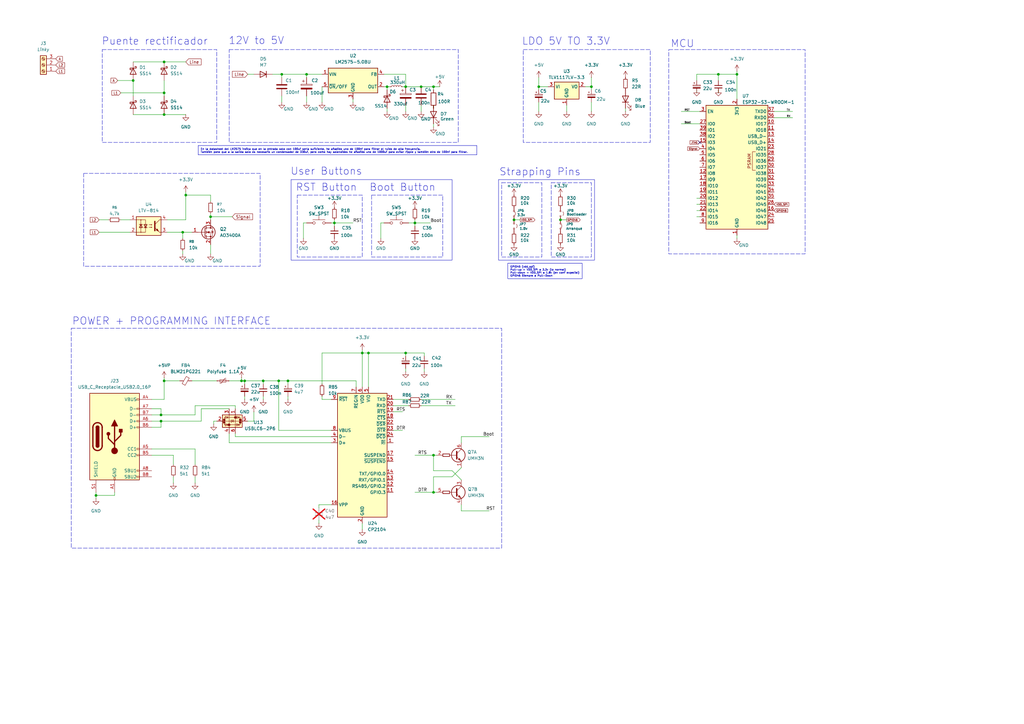
<source format=kicad_sch>
(kicad_sch (version 20250114) (generator "eeschema") (generator_version "9.0")
  (paper "A3")
  (lib_symbols
    (symbol "Connector:Screw_Terminal_01x03" (pin_names (offset 1.016) (hide yes))
      (property "Reference" "J" (at 0 5.08 0))
      (property "Value" "Screw_Terminal_01x03" (at 0 -5.08 0))
      (symbol "Screw_Terminal_01x03_1_1"
        (pin passive line (at -5.08 2.54 0) (length 3.81) (name "Pin_1") (number "1"))
        (pin passive line (at -5.08 0 0) (length 3.81) (name "Pin_2") (number "2"))
        (pin passive line (at -5.08 -2.54 0) (length 3.81) (name "Pin_3") (number "3"))
      )
    )
    (symbol "Connector:USB_C_Receptacle_USB2.0_16P" (pin_names (offset 1.016))
      (property "Reference" "J1" (at 0 22.86 0))
      (property "Value" "USB_C_Receptacle_USB2.0_16P" (at 0 20.32 0))
      (symbol "USB_C_Receptacle_USB2.0_16P_1_1"
        (pin passive line (at -7.62 -22.86 90) (length 5.08) (name "SHIELD") (number "S1"))
        (pin passive line (at 0 -22.86 90) (length 5.08) (name "GND") (number "A1"))
        (pin passive line (at 0 -22.86 90) (length 5.08) (hide yes) (name "GND") (number "A12"))
        (pin passive line (at 0 -22.86 90) (length 5.08) (hide yes) (name "GND") (number "B1"))
        (pin passive line (at 0 -22.86 90) (length 5.08) (hide yes) (name "GND") (number "B12"))
        (pin passive line (at 15.24 15.24 180) (length 5.08) (name "VBUS") (number "A4"))
        (pin passive line (at 15.24 15.24 180) (length 5.08) (hide yes) (name "VBUS") (number "A9"))
        (pin passive line (at 15.24 15.24 180) (length 5.08) (hide yes) (name "VBUS") (number "B4"))
        (pin passive line (at 15.24 15.24 180) (length 5.08) (hide yes) (name "VBUS") (number "B9"))
        (pin bidirectional line (at 15.24 11.43 180) (length 5.08) (name "D-") (number "A7"))
        (pin bidirectional line (at 15.24 8.89 180) (length 5.08) (name "D-") (number "B7"))
        (pin bidirectional line (at 15.24 6.35 180) (length 5.08) (name "D+") (number "A6"))
        (pin bidirectional line (at 15.24 3.81 180) (length 5.08) (name "D+") (number "B6"))
        (pin bidirectional line (at 15.24 -5.08 180) (length 5.08) (name "CC1") (number "A5"))
        (pin bidirectional line (at 15.24 -7.62 180) (length 5.08) (name "CC2") (number "B5"))
        (pin bidirectional line (at 15.24 -13.97 180) (length 5.08) (name "SBU1") (number "A8"))
        (pin bidirectional line (at 15.24 -16.51 180) (length 5.08) (name "SBU2") (number "B8"))
      )
    )
    (symbol "Device:C" (pin_numbers (hide yes)) (pin_names (offset 0.254))
      (property "Reference" "C" (at 0.635 2.54 0))
      (property "Value" "C" (at 0.635 -2.54 0))
      (symbol "C_1_1"
        (pin passive line (at 0 3.81 270) (length 2.794) (name "~") (number "1"))
        (pin passive line (at 0 -3.81 90) (length 2.794) (name "~") (number "2"))
      )
    )
    (symbol "Device:C_Polarized" (pin_numbers (hide yes)) (pin_names (offset 0.254))
      (property "Reference" "C" (at 0.635 2.54 0))
      (property "Value" "C_Polarized" (at 0.635 -2.54 0))
      (symbol "C_Polarized_1_1"
        (pin passive line (at 0 3.81 270) (length 2.794) (name "~") (number "1"))
        (pin passive line (at 0 -3.81 90) (length 2.794) (name "~") (number "2"))
      )
    )
    (symbol "Device:C_Polarized_Small" (pin_numbers (hide yes)) (pin_names (offset 0.254) (hide yes))
      (property "Reference" "C" (at 0.254 1.778 0))
      (property "Value" "C_Polarized_Small" (at 0.254 -2.032 0))
      (symbol "C_Polarized_Small_1_1"
        (pin passive line (at 0 2.54 270) (length 1.8542) (name "~") (number "1"))
        (pin passive line (at 0 -2.54 90) (length 1.8542) (name "~") (number "2"))
      )
    )
    (symbol "Device:C_Small" (pin_numbers (hide yes)) (pin_names (offset 0.254) (hide yes))
      (property "Reference" "C" (at 0.254 1.778 0))
      (property "Value" "C_Small" (at 0.254 -2.032 0))
      (symbol "C_Small_1_1"
        (pin passive line (at 0 2.54 270) (length 2.032) (name "~") (number "1"))
        (pin passive line (at 0 -2.54 90) (length 2.032) (name "~") (number "2"))
      )
    )
    (symbol "Device:FerriteBead_Small" (pin_numbers (hide yes)) (pin_names (offset 0))
      (property "Reference" "FB" (at 1.905 1.27 0))
      (property "Value" "FerriteBead_Small" (at 1.905 -1.27 0))
      (symbol "FerriteBead_Small_1_1"
        (pin passive line (at 0 2.54 270) (length 1.27) (name "~") (number "1"))
        (pin passive line (at 0 -2.54 90) (length 1.27) (name "~") (number "2"))
      )
    )
    (symbol "Device:LED" (pin_numbers (hide yes)) (pin_names (offset 1.016) (hide yes))
      (property "Reference" "D" (at 0 2.54 0))
      (property "Value" "LED" (at 0 -2.54 0))
      (symbol "LED_1_1"
        (pin passive line (at -3.81 0 0) (length 2.54) (name "K") (number "1"))
        (pin passive line (at 3.81 0 180) (length 2.54) (name "A") (number "2"))
      )
    )
    (symbol "Device:L_Small" (pin_numbers (hide yes)) (pin_names (offset 0.254) (hide yes))
      (property "Reference" "L" (at 0.762 1.016 0))
      (property "Value" "L_Small" (at 0.762 -1.016 0))
      (symbol "L_Small_1_1"
        (pin passive line (at 0 2.54 270) (length 0.508) (name "~") (number "1"))
        (pin passive line (at 0 -2.54 90) (length 0.508) (name "~") (number "2"))
      )
    )
    (symbol "Device:Polyfuse_Small" (pin_numbers (hide yes)) (pin_names (offset 0))
      (property "Reference" "F" (at -1.905 0 90))
      (property "Value" "Polyfuse_Small" (at 1.905 0 90))
      (symbol "Polyfuse_Small_1_1"
        (pin passive line (at 0 2.54 270) (length 0.635) (name "~") (number "1"))
        (pin passive line (at 0 -2.54 90) (length 0.635) (name "~") (number "2"))
      )
    )
    (symbol "Device:R" (pin_numbers (hide yes)) (pin_names (offset 0))
      (property "Reference" "R" (at 2.032 0 90))
      (property "Value" "R" (at 0 0 90))
      (symbol "R_1_1"
        (pin passive line (at 0 3.81 270) (length 1.27) (name "~") (number "1"))
        (pin passive line (at 0 -3.81 90) (length 1.27) (name "~") (number "2"))
      )
    )
    (symbol "Device:R_Small" (pin_numbers (hide yes)) (pin_names (offset 0.254) (hide yes))
      (property "Reference" "R" (at 0.762 0.508 0))
      (property "Value" "R_Small" (at 0.762 -1.016 0))
      (symbol "R_Small_1_1"
        (pin passive line (at 0 2.54 270) (length 0.762) (name "~") (number "1"))
        (pin passive line (at 0 -2.54 90) (length 0.762) (name "~") (number "2"))
      )
    )
    (symbol "Diode:1N4007" (pin_numbers (hide yes)) (pin_names (hide yes))
      (property "Reference" "D" (at 0 2.54 0))
      (property "Value" "1N4007" (at 0 -2.54 0))
      (symbol "1N4007_1_1"
        (pin passive line (at -3.81 0 0) (length 2.54) (name "K") (number "1"))
        (pin passive line (at 3.81 0 180) (length 2.54) (name "A") (number "2"))
      )
    )
    (symbol "Diode:SS14" (pin_numbers (hide yes)) (pin_names (offset 1.016) (hide yes))
      (property "Reference" "D" (at 0 2.54 0))
      (property "Value" "SS14" (at 0 -2.54 0))
      (symbol "SS14_1_1"
        (pin passive line (at -3.81 0 0) (length 2.54) (name "K") (number "1"))
        (pin passive line (at 3.81 0 180) (length 2.54) (name "A") (number "2"))
      )
    )
    (symbol "Interface_USB:CP2104"
      (property "Reference" "U" (at -5.08 28.575 0))
      (property "Value" "CP2104" (at -5.08 26.67 0))
      (symbol "CP2104_1_1"
        (pin bidirectional line (at -12.7 22.86 0) (length 2.54) (name "~{RST}") (number "9"))
        (pin input line (at -12.7 10.16 0) (length 2.54) (name "VBUS") (number "8"))
        (pin bidirectional line (at -12.7 7.62 0) (length 2.54) (name "D-") (number "4"))
        (pin bidirectional line (at -12.7 5.08 0) (length 2.54) (name "D+") (number "3"))
        (pin passive line (at -12.7 -20.32 0) (length 2.54) (name "VPP") (number "16"))
        (pin power_in line (at -2.54 27.94 270) (length 2.54) (name "REGIN") (number "7"))
        (pin power_in line (at 0 27.94 270) (length 2.54) (name "VDD") (number "6"))
        (pin power_in line (at 0 -27.94 90) (length 2.54) (name "GND") (number "2"))
        (pin passive line (at 0 -27.94 90) (length 2.54) (hide yes) (name "GND") (number "25"))
        (pin power_in line (at 2.54 27.94 270) (length 2.54) (name "VIO") (number "5"))
        (pin no_connect line (at 10.16 -20.32 180) (length 2.54) (hide yes) (name "NC") (number "10"))
        (pin output line (at 12.7 22.86 180) (length 2.54) (name "TXD") (number "21"))
        (pin input line (at 12.7 20.32 180) (length 2.54) (name "RXD") (number "20"))
        (pin output line (at 12.7 17.78 180) (length 2.54) (name "~{RTS}") (number "19"))
        (pin input line (at 12.7 15.24 180) (length 2.54) (name "~{CTS}") (number "18"))
        (pin input line (at 12.7 12.7 180) (length 2.54) (name "~{DSR}") (number "22"))
        (pin output line (at 12.7 10.16 180) (length 2.54) (name "~{DTR}") (number "23"))
        (pin input line (at 12.7 7.62 180) (length 2.54) (name "~{DCD}") (number "24"))
        (pin input line (at 12.7 5.08 180) (length 2.54) (name "~{RI}") (number "1"))
        (pin output line (at 12.7 0 180) (length 2.54) (name "SUSPEND") (number "17"))
        (pin output line (at 12.7 -2.54 180) (length 2.54) (name "~{SUSPEND}") (number "15"))
        (pin bidirectional line (at 12.7 -7.62 180) (length 2.54) (name "TXT/GPIO.0") (number "14"))
        (pin bidirectional line (at 12.7 -10.16 180) (length 2.54) (name "RXT/GPIO.1") (number "13"))
        (pin bidirectional line (at 12.7 -12.7 180) (length 2.54) (name "RS485/GPIO.2") (number "12"))
        (pin bidirectional line (at 12.7 -15.24 180) (length 2.54) (name "GPIO.3") (number "11"))
      )
    )
    (symbol "Isolator:LTV-814" (pin_names (offset 1.016))
      (property "Reference" "U" (at -5.08 5.08 0))
      (property "Value" "LTV-814" (at 0 5.08 0))
      (symbol "LTV-814_1_1"
        (pin passive line (at -7.62 2.54 0) (length 2.54) (name "~") (number "1"))
        (pin passive line (at -7.62 -2.54 0) (length 2.54) (name "~") (number "2"))
        (pin passive line (at 7.62 2.54 180) (length 2.54) (name "~") (number "4"))
        (pin passive line (at 7.62 -2.54 180) (length 2.54) (name "~") (number "3"))
      )
    )
    (symbol "Jumper:Jumper_2_Small_Bridged" (pin_numbers (hide yes)) (pin_names (offset 0) (hide yes))
      (property "Reference" "JP" (at 0 2.032 0))
      (property "Value" "Jumper_2_Small_Bridged" (at 0 -2.286 0))
      (symbol "Jumper_2_Small_Bridged_1_1"
        (pin passive line (at -2.54 0 0) (length 1.27) (name "A") (number "1"))
        (pin passive line (at 2.54 0 180) (length 1.27) (name "B") (number "2"))
      )
    )
    (symbol "Jumper:Jumper_2_Small_Open" (pin_numbers (hide yes)) (pin_names (offset 0) (hide yes))
      (property "Reference" "JP" (at 0 2.794 0))
      (property "Value" "Jumper_2_Small_Open" (at 0 -2.286 0))
      (symbol "Jumper_2_Small_Open_1_1"
        (pin passive line (at -2.54 0 0) (length 1.27) (name "A") (number "1"))
        (pin passive line (at 2.54 0 180) (length 1.27) (name "B") (number "2"))
      )
    )
    (symbol "LED_1" (pin_numbers (hide yes)) (pin_names (offset 1.016) (hide yes))
      (property "Reference" "D" (at 0 2.54 0))
      (property "Value" "LED" (at 0 -2.54 0))
      (symbol "LED_1_1_1"
        (pin passive line (at -3.81 0 0) (length 2.54) (name "K") (number "1"))
        (pin passive line (at 3.81 0 180) (length 2.54) (name "A") (number "2"))
      )
    )
    (symbol "PCM_4ms_Power-symbol:GND" (power) (pin_names (offset 0))
      (property "Value" "GND" (at 0 -3.81 0))
      (symbol "GND_1_1"
        (pin power_in line (at 0 0 270) (length 0) (hide yes) (name "GND") (number "1"))
      )
    )
    (symbol "Power_Protection:USBLC6-2P6" (pin_names (hide yes))
      (property "Reference" "U" (at 0.635 5.715 0))
      (property "Value" "USBLC6-2P6" (at 0.635 3.81 0))
      (symbol "USBLC6-2P6_1_1"
        (pin passive line (at -5.08 0 0) (length 2.54) (name "I/O1") (number "1"))
        (pin passive line (at -5.08 -2.54 0) (length 2.54) (name "I/O2") (number "3"))
        (pin passive line (at 0 5.08 270) (length 2.54) (name "VBUS") (number "5"))
        (pin passive line (at 0 -7.62 90) (length 2.54) (name "GND") (number "2"))
        (pin passive line (at 5.08 0 180) (length 2.54) (name "I/O1") (number "6"))
        (pin passive line (at 5.08 -2.54 180) (length 2.54) (name "I/O2") (number "4"))
      )
    )
    (symbol "RF_Module:ESP32-S3-WROOM-1"
      (property "Reference" "U" (at -12.7 26.67 0))
      (property "Value" "ESP32-S3-WROOM-1" (at 12.7 26.67 0))
      (symbol "ESP32-S3-WROOM-1_0_0"
        (text "PSRAM" (at 5.08 2.54 900) (effects (font (size 1.27 1.27))))
      )
      (symbol "ESP32-S3-WROOM-1_1_1"
        (pin input line (at -15.24 22.86 0) (length 2.54) (name "EN") (number "3"))
        (pin bidirectional line (at -15.24 17.78 0) (length 2.54) (name "IO0") (number "27"))
        (pin bidirectional line (at -15.24 15.24 0) (length 2.54) (name "IO1") (number "39"))
        (pin bidirectional line (at -15.24 12.7 0) (length 2.54) (name "IO2") (number "38"))
        (pin bidirectional line (at -15.24 10.16 0) (length 2.54) (name "IO3") (number "15"))
        (pin bidirectional line (at -15.24 7.62 0) (length 2.54) (name "IO4") (number "4"))
        (pin bidirectional line (at -15.24 5.08 0) (length 2.54) (name "IO5") (number "5"))
        (pin bidirectional line (at -15.24 2.54 0) (length 2.54) (name "IO6") (number "6"))
        (pin bidirectional line (at -15.24 0 0) (length 2.54) (name "IO7") (number "7"))
        (pin bidirectional line (at -15.24 -2.54 0) (length 2.54) (name "IO8") (number "12"))
        (pin bidirectional line (at -15.24 -5.08 0) (length 2.54) (name "IO9") (number "17"))
        (pin bidirectional line (at -15.24 -7.62 0) (length 2.54) (name "IO10") (number "18"))
        (pin bidirectional line (at -15.24 -10.16 0) (length 2.54) (name "IO11") (number "19"))
        (pin bidirectional line (at -15.24 -12.7 0) (length 2.54) (name "IO12") (number "20"))
        (pin bidirectional line (at -15.24 -15.24 0) (length 2.54) (name "IO13") (number "21"))
        (pin bidirectional line (at -15.24 -17.78 0) (length 2.54) (name "IO14") (number "22"))
        (pin bidirectional line (at -15.24 -20.32 0) (length 2.54) (name "IO15") (number "8"))
        (pin bidirectional line (at -15.24 -22.86 0) (length 2.54) (name "IO16") (number "9"))
        (pin power_in line (at 0 27.94 270) (length 2.54) (name "3V3") (number "2"))
        (pin power_in line (at 0 -27.94 90) (length 2.54) (name "GND") (number "1"))
        (pin passive line (at 0 -27.94 90) (length 2.54) (hide yes) (name "GND") (number "40"))
        (pin passive line (at 0 -27.94 90) (length 2.54) (hide yes) (name "GND") (number "41"))
        (pin bidirectional line (at 15.24 22.86 180) (length 2.54) (name "TXD0") (number "37"))
        (pin bidirectional line (at 15.24 20.32 180) (length 2.54) (name "RXD0") (number "36"))
        (pin bidirectional line (at 15.24 17.78 180) (length 2.54) (name "IO17") (number "10"))
        (pin bidirectional line (at 15.24 15.24 180) (length 2.54) (name "IO18") (number "11"))
        (pin bidirectional line (at 15.24 12.7 180) (length 2.54) (name "USB_D-") (number "13"))
        (pin bidirectional line (at 15.24 10.16 180) (length 2.54) (name "USB_D+") (number "14"))
        (pin bidirectional line (at 15.24 7.62 180) (length 2.54) (name "IO21") (number "23"))
        (pin bidirectional line (at 15.24 5.08 180) (length 2.54) (name "IO35") (number "28"))
        (pin bidirectional line (at 15.24 2.54 180) (length 2.54) (name "IO36") (number "29"))
        (pin bidirectional line (at 15.24 0 180) (length 2.54) (name "IO37") (number "30"))
        (pin bidirectional line (at 15.24 -2.54 180) (length 2.54) (name "IO38") (number "31"))
        (pin bidirectional line (at 15.24 -5.08 180) (length 2.54) (name "IO39") (number "32"))
        (pin bidirectional line (at 15.24 -7.62 180) (length 2.54) (name "IO40") (number "33"))
        (pin bidirectional line (at 15.24 -10.16 180) (length 2.54) (name "IO41") (number "34"))
        (pin bidirectional line (at 15.24 -12.7 180) (length 2.54) (name "IO42") (number "35"))
        (pin bidirectional line (at 15.24 -15.24 180) (length 2.54) (name "IO45") (number "26"))
        (pin bidirectional line (at 15.24 -17.78 180) (length 2.54) (name "IO46") (number "16"))
        (pin bidirectional line (at 15.24 -20.32 180) (length 2.54) (name "IO47") (number "24"))
        (pin bidirectional line (at 15.24 -22.86 180) (length 2.54) (name "IO48") (number "25"))
      )
    )
    (symbol "R_Small_1" (pin_numbers (hide yes)) (pin_names (offset 0.254) (hide yes))
      (property "Reference" "R" (at 0 0 90))
      (property "Value" "R_Small" (at 1.778 0 90))
      (symbol "R_Small_1_1_1"
        (pin passive line (at 0 2.54 270) (length 0.762) (name "~") (number "1"))
        (pin passive line (at 0 -2.54 90) (length 0.762) (name "~") (number "2"))
      )
    )
    (symbol "Regulator_Linear:LM1117MP-3.3"
      (property "Reference" "U" (at -3.81 3.175 0))
      (property "Value" "LM1117MP-3.3" (at 0 3.175 0))
      (symbol "LM1117MP-3.3_1_1"
        (pin power_in line (at -7.62 0 0) (length 2.54) (name "VI") (number "3"))
        (pin power_in line (at 0 -7.62 90) (length 2.54) (name "GND") (number "1"))
        (pin power_out line (at 7.62 0 180) (length 2.54) (name "VO") (number "2"))
      )
    )
    (symbol "Regulator_Switching:LM2575-5.0BU" (pin_names (offset 0.254))
      (property "Reference" "U" (at -10.16 6.35 0))
      (property "Value" "LM2575-5.0BU" (at 0 6.35 0))
      (symbol "LM2575-5.0BU_1_1"
        (pin power_in line (at -12.7 2.54 0) (length 2.54) (name "VIN") (number "1"))
        (pin input line (at -12.7 -2.54 0) (length 2.54) (name "~{ON}/OFF") (number "5"))
        (pin power_in line (at 0 -7.62 90) (length 2.54) (name "GND") (number "3"))
        (pin input line (at 12.7 2.54 180) (length 2.54) (name "FB") (number "4"))
        (pin output line (at 12.7 -2.54 180) (length 2.54) (name "OUT") (number "2"))
      )
    )
    (symbol "Switch:SW_Push" (pin_numbers (hide yes)) (pin_names (offset 1.016) (hide yes))
      (property "Reference" "SW" (at 1.27 2.54 0))
      (property "Value" "SW_Push" (at 0 -1.524 0))
      (symbol "SW_Push_0_1"
        (pin passive line (at -5.08 0 0) (length 2.54) (name "1") (number "1"))
        (pin passive line (at 5.08 0 180) (length 2.54) (name "2") (number "2"))
      )
    )
    (symbol "Transistor_BJT:UMH3N" (pin_names (hide yes))
      (property "Reference" "Q" (at 7.62 1.27 0))
      (property "Value" "UMH3N" (at 7.62 -1.27 0))
      (symbol "UMH3N_1_1"
        (pin input line (at -5.08 0 0) (length 2.54) (name "B1") (number "2"))
        (pin passive line (at 5.08 5.08 270) (length 2.54) (name "C1") (number "6"))
        (pin passive line (at 5.08 -5.08 90) (length 2.54) (name "E1") (number "1"))
      )
      (symbol "UMH3N_2_1"
        (pin input line (at -5.08 0 0) (length 2.54) (name "B2") (number "5"))
        (pin passive line (at 5.08 5.08 270) (length 2.54) (name "C2") (number "3"))
        (pin passive line (at 5.08 -5.08 90) (length 2.54) (name "E2") (number "4"))
      )
    )
    (symbol "Transistor_FET:AO3400A" (pin_names (hide yes))
      (property "Reference" "Q" (at 5.08 1.905 0))
      (property "Value" "AO3400A" (at 5.08 0 0))
      (symbol "AO3400A_1_1"
        (pin input line (at -5.08 0 0) (length 2.54) (name "G") (number "1"))
        (pin passive line (at 2.54 5.08 270) (length 2.54) (name "D") (number "3"))
        (pin passive line (at 2.54 -5.08 90) (length 2.54) (name "S") (number "2"))
      )
    )
    (symbol "power:+3.3V" (power) (pin_numbers (hide yes)) (pin_names (offset 0) (hide yes))
      (property "Value" "+3.3V" (at 0 3.556 0))
      (symbol "+3.3V_1_1"
        (pin power_in line (at 0 0 90) (length 0) (name "~") (number "1"))
      )
    )
    (symbol "power:+3.3VA" (power) (pin_numbers (hide yes)) (pin_names (offset 0) (hide yes))
      (property "Value" "+3.3VA" (at 0 3.556 0))
      (symbol "+3.3VA_1_1"
        (pin power_in line (at 0 0 90) (length 0) (name "~") (number "1"))
      )
    )
    (symbol "power:+5V" (power) (pin_numbers (hide yes)) (pin_names (offset 0) (hide yes))
      (property "Value" "+5V" (at 0 3.556 0))
      (symbol "+5V_1_1"
        (pin power_in line (at 0 0 90) (length 0) (name "~") (number "1"))
      )
    )
    (symbol "power:+5VP" (power) (pin_numbers (hide yes)) (pin_names (offset 0) (hide yes))
      (property "Value" "+5VP" (at 0 3.556 0))
      (symbol "+5VP_1_1"
        (pin power_in line (at 0 0 90) (length 0) (name "~") (number "1"))
      )
    )
    (symbol "power:GND" (power) (pin_numbers (hide yes)) (pin_names (offset 0) (hide yes))
      (property "Value" "GND" (at 0 -3.81 0))
      (symbol "GND_1_1"
        (pin power_in line (at 0 0 270) (length 0) (name "~") (number "1"))
      )
    )
  )
  (rectangle (start 152.4 80.01) (end 181.61 105.41) (stroke (width 0) (type dash)))
  (rectangle (start 274.32 20.32) (end 330.2 104.14) (stroke (width 0) (type dash)))
  (rectangle (start 226.06 74.93) (end 242.57 105.41) (stroke (width 0) (type dash)))
  (rectangle (start 205.74 74.93) (end 222.25 105.41) (stroke (width 0) (type dash)))
  (rectangle (start 29.21 134.62) (end 205.74 224.79) (stroke (width 0) (type dash)))
  (rectangle (start 34.29 71.12) (end 106.68 109.22) (stroke (width 0) (type dash)))
  (rectangle (start 41.91 20.32) (end 88.9 58.42) (stroke (width 0) (type dash)))
  (rectangle (start 214.63 20.32) (end 266.7 58.42) (stroke (width 0) (type dash)))
  (rectangle (start 119.38 73.66) (end 185.42 106.68))
  (rectangle (start 93.98 20.32) (end 187.96 58.42) (stroke (width 0) (type dash)))
  (rectangle (start 204.47 73.66) (end 243.84 106.68))
  (rectangle (start 121.92 80.01) (end 148.59 105.41) (stroke (width 0) (type dash)))
  (text "Boot Button" (at 165.1 76.962 0) (effects (font (size 3 3))))
  (text "RST Button" (at 133.858 76.962 0) (effects (font (size 3 3))))
  (text "Puente rectificador" (at 63.5 17.018 0) (effects (font (size 3 3))))
  (text "12V to 5V" (at 105.156 16.764 0) (effects (font (size 3 3))))
  (text "LDO 5V TO 3.3V" (at 232.156 17.018 0) (effects (font (size 3 3))))
  (text "User Buttons" (at 133.858 70.358 0) (effects (font (size 3 3))))
  (text "POWER + PROGRAMMING INTERFACE" (at 70.358 131.826 0) (effects (font (size 3 3))))
  (text "MCU" (at 279.908 18.034 0) (effects (font (size 3 3))))
  (text "Strapping Pins" (at 221.488 70.612 0) (effects (font (size 3 3))))
  (text_box "GPIO45 (vdd_spi)\nPull-up = VDD_SPI a 3.3v (lo normal)\nPull-down = VDD_SPI a 1.8v (en conf expecial)\nGPIO46 Siempre a Pull-Down\n" (at 208.28 107.95 0) (size 30.48 6.35) (margins 0.9525 0.9525 0.9525 0.9525) (effects (font (size 0.762 0.762)) (justify left top)))
  (text_box "En la datasheet del LM2575 indica que en la entrada solo con 100uf sería suficiente, he añadido uno de 100nf para filtrar el ruido de alta frecuencia.\nTambién pone que a la salida solo es necesario un condensador de 330uf, pero como hay solenoides he añadido uno de 1000uf para evitar ripple y también otro de 100nf para filtrar." (at 81.28 59.69 0) (size 114.3 3.81) (margins 0.9525 0.9525 0.9525 0.9525) (effects (font (size 0.762 0.762)) (justify left top)))
  (junction (at 118.11 156.21))
  (junction (at 302.26 30.48))
  (junction (at 172.72 35.56))
  (junction (at 210.82 90.17))
  (junction (at 54.61 33.02))
  (junction (at 151.13 144.78))
  (junction (at 166.37 144.78))
  (junction (at 67.31 38.1))
  (junction (at 100.33 156.21))
  (junction (at 294.64 30.48))
  (junction (at 177.8 186.69))
  (junction (at 137.16 91.44))
  (junction (at 229.87 90.17))
  (junction (at 177.8 201.93))
  (junction (at 67.31 156.21))
  (junction (at 177.8 35.56))
  (junction (at 220.98 35.56))
  (junction (at 99.06 156.21))
  (junction (at 242.57 35.56))
  (junction (at 66.04 172.72))
  (junction (at 67.31 25.4))
  (junction (at 66.04 170.18))
  (junction (at 86.36 88.9))
  (junction (at 158.75 35.56))
  (junction (at 170.18 91.44))
  (junction (at 148.59 144.78))
  (junction (at 67.31 46.99))
  (junction (at 114.3 156.21))
  (junction (at 166.37 35.56))
  (junction (at 76.2 80.01))
  (junction (at 125.73 30.48))
  (junction (at 74.93 95.25))
  (junction (at 39.37 203.2))
  (junction (at 115.57 30.48))
  (junction (at 107.95 156.21))
  (no_connect (at 287.02 58.42))
  (wire (pts (xy 135.89 91.44) (xy 137.16 91.44)))
  (wire (pts (xy 93.98 177.8) (xy 93.98 181.61)))
  (wire (pts (xy 177.8 201.93) (xy 179.07 201.93)))
  (wire (pts (xy 68.58 90.17) (xy 76.2 90.17)))
  (wire (pts (xy 166.37 144.78) (xy 166.37 146.05)))
  (wire (pts (xy 229.87 90.17) (xy 232.41 90.17)))
  (wire (pts (xy 93.98 156.21) (xy 99.06 156.21)))
  (wire (pts (xy 294.64 30.48) (xy 302.26 30.48)))
  (wire (pts (xy 285.75 88.9) (xy 287.02 88.9)))
  (wire (pts (xy 161.29 163.83) (xy 167.64 163.83)))
  (wire (pts (xy 294.64 36.83) (xy 294.64 38.1)))
  (wire (pts (xy 100.33 156.21) (xy 99.06 156.21)))
  (wire (pts (xy 71.12 186.69) (xy 71.12 190.5)))
  (wire (pts (xy 177.8 195.58) (xy 185.42 195.58)))
  (wire (pts (xy 170.18 91.44) (xy 170.18 92.71)))
  (wire (pts (xy 189.23 181.61) (xy 189.23 179.07)))
  (wire (pts (xy 86.36 80.01) (xy 76.2 80.01)))
  (wire (pts (xy 86.36 88.9) (xy 95.25 88.9)))
  (wire (pts (xy 125.73 30.48) (xy 125.73 31.75)))
  (wire (pts (xy 137.16 92.71) (xy 137.16 91.44)))
  (wire (pts (xy 279.4 50.8) (xy 287.02 50.8)))
  (wire (pts (xy 220.98 35.56) (xy 224.79 35.56)))
  (wire (pts (xy 170.18 90.17) (xy 170.18 91.44)))
  (wire (pts (xy 54.61 33.02) (xy 54.61 39.37)))
  (wire (pts (xy 99.06 156.21) (xy 99.06 154.94)))
  (wire (pts (xy 76.2 90.17) (xy 76.2 80.01)))
  (wire (pts (xy 177.8 43.18) (xy 177.8 44.45)))
  (wire (pts (xy 71.12 195.58) (xy 71.12 198.12)))
  (wire (pts (xy 189.23 191.77) (xy 185.42 195.58)))
  (wire (pts (xy 161.29 166.37) (xy 167.64 166.37)))
  (wire (pts (xy 44.45 90.17) (xy 40.64 90.17)))
  (wire (pts (xy 157.48 30.48) (xy 166.37 30.48)))
  (wire (pts (xy 80.01 195.58) (xy 80.01 198.12)))
  (wire (pts (xy 118.11 156.21) (xy 118.11 157.48)))
  (wire (pts (xy 220.98 31.75) (xy 220.98 35.56)))
  (wire (pts (xy 173.99 151.13) (xy 173.99 152.4)))
  (wire (pts (xy 68.58 95.25) (xy 74.93 95.25)))
  (wire (pts (xy 177.8 195.58) (xy 177.8 201.93)))
  (wire (pts (xy 132.08 157.48) (xy 132.08 144.78)))
  (wire (pts (xy 166.37 151.13) (xy 166.37 152.4)))
  (wire (pts (xy 177.8 186.69) (xy 179.07 186.69)))
  (wire (pts (xy 49.53 38.1) (xy 67.31 38.1)))
  (wire (pts (xy 285.75 86.36) (xy 287.02 86.36)))
  (wire (pts (xy 66.04 172.72) (xy 62.23 172.72)))
  (wire (pts (xy 66.04 170.18) (xy 80.01 170.18)))
  (wire (pts (xy 46.99 201.93) (xy 46.99 203.2)))
  (wire (pts (xy 166.37 144.78) (xy 173.99 144.78)))
  (wire (pts (xy 101.6 30.48) (xy 104.14 30.48)))
  (wire (pts (xy 130.81 207.01) (xy 130.81 208.28)))
  (wire (pts (xy 46.99 203.2) (xy 39.37 203.2)))
  (wire (pts (xy 67.31 156.21) (xy 73.66 156.21)))
  (wire (pts (xy 66.04 175.26) (xy 66.04 172.72)))
  (wire (pts (xy 96.52 166.37) (xy 96.52 167.64)))
  (wire (pts (xy 115.57 30.48) (xy 125.73 30.48)))
  (wire (pts (xy 256.54 44.45) (xy 256.54 45.72)))
  (wire (pts (xy 125.73 30.48) (xy 132.08 30.48)))
  (wire (pts (xy 158.75 36.83) (xy 158.75 35.56)))
  (wire (pts (xy 177.8 35.56) (xy 180.34 35.56)))
  (wire (pts (xy 49.53 90.17) (xy 53.34 90.17)))
  (wire (pts (xy 177.8 36.83) (xy 177.8 35.56)))
  (wire (pts (xy 125.73 91.44) (xy 124.46 91.44)))
  (wire (pts (xy 67.31 39.37) (xy 67.31 38.1)))
  (wire (pts (xy 67.31 33.02) (xy 67.31 38.1)))
  (wire (pts (xy 189.23 196.85) (xy 185.42 193.04)))
  (wire (pts (xy 148.59 143.51) (xy 148.59 144.78)))
  (wire (pts (xy 242.57 41.91) (xy 242.57 45.72)))
  (wire (pts (xy 87.63 172.72) (xy 87.63 173.99)))
  (wire (pts (xy 170.18 201.93) (xy 177.8 201.93)))
  (wire (pts (xy 240.03 35.56) (xy 242.57 35.56)))
  (wire (pts (xy 285.75 33.02) (xy 285.75 30.48)))
  (wire (pts (xy 86.36 87.63) (xy 86.36 88.9)))
  (wire (pts (xy 86.36 88.9) (xy 86.36 90.17)))
  (wire (pts (xy 104.14 172.72) (xy 101.6 172.72)))
  (wire (pts (xy 161.29 168.91) (xy 165.1 168.91)))
  (wire (pts (xy 302.26 29.21) (xy 302.26 30.48)))
  (wire (pts (xy 158.75 35.56) (xy 160.02 35.56)))
  (wire (pts (xy 148.59 144.78) (xy 148.59 158.75)))
  (wire (pts (xy 177.8 186.69) (xy 177.8 193.04)))
  (wire (pts (xy 100.33 156.21) (xy 100.33 157.48)))
  (wire (pts (xy 115.57 39.37) (xy 115.57 41.91)))
  (wire (pts (xy 135.89 176.53) (xy 114.3 176.53)))
  (wire (pts (xy 158.75 35.56) (xy 157.48 35.56)))
  (wire (pts (xy 74.93 95.25) (xy 78.74 95.25)))
  (wire (pts (xy 107.95 162.56) (xy 107.95 163.83)))
  (wire (pts (xy 156.21 91.44) (xy 156.21 97.79)))
  (wire (pts (xy 86.36 100.33) (xy 86.36 104.14)))
  (wire (pts (xy 189.23 209.55) (xy 200.66 209.55)))
  (wire (pts (xy 189.23 207.01) (xy 189.23 209.55)))
  (wire (pts (xy 118.11 156.21) (xy 114.3 156.21)))
  (wire (pts (xy 76.2 80.01) (xy 76.2 78.74)))
  (wire (pts (xy 80.01 184.15) (xy 80.01 190.5)))
  (wire (pts (xy 100.33 162.56) (xy 100.33 163.83)))
  (wire (pts (xy 54.61 46.99) (xy 67.31 46.99)))
  (wire (pts (xy 166.37 35.56) (xy 172.72 35.56)))
  (wire (pts (xy 48.26 33.02) (xy 54.61 33.02)))
  (wire (pts (xy 294.64 30.48) (xy 294.64 33.02)))
  (wire (pts (xy 62.23 170.18) (xy 66.04 170.18)))
  (wire (pts (xy 74.93 102.87) (xy 74.93 104.14)))
  (wire (pts (xy 135.89 181.61) (xy 93.98 181.61)))
  (wire (pts (xy 317.5 48.26) (xy 325.12 48.26)))
  (wire (pts (xy 144.78 40.64) (xy 144.78 41.91)))
  (wire (pts (xy 107.95 156.21) (xy 100.33 156.21)))
  (wire (pts (xy 118.11 162.56) (xy 118.11 163.83)))
  (wire (pts (xy 78.74 156.21) (xy 88.9 156.21)))
  (wire (pts (xy 285.75 30.48) (xy 294.64 30.48)))
  (wire (pts (xy 285.75 83.82) (xy 287.02 83.82)))
  (wire (pts (xy 86.36 82.55) (xy 86.36 80.01)))
  (wire (pts (xy 177.8 193.04) (xy 185.42 193.04)))
  (wire (pts (xy 66.04 170.18) (xy 66.04 167.64)))
  (wire (pts (xy 130.81 213.36) (xy 130.81 214.63)))
  (wire (pts (xy 40.64 95.25) (xy 53.34 95.25)))
  (wire (pts (xy 67.31 163.83) (xy 67.31 156.21)))
  (wire (pts (xy 146.05 156.21) (xy 118.11 156.21)))
  (wire (pts (xy 285.75 36.83) (xy 285.75 38.1)))
  (wire (pts (xy 173.99 144.78) (xy 173.99 146.05)))
  (wire (pts (xy 115.57 31.75) (xy 115.57 30.48)))
  (wire (pts (xy 148.59 144.78) (xy 151.13 144.78)))
  (wire (pts (xy 210.82 90.17) (xy 213.36 90.17)))
  (wire (pts (xy 132.08 163.83) (xy 135.89 163.83)))
  (wire (pts (xy 135.89 179.07) (xy 96.52 179.07)))
  (wire (pts (xy 285.75 81.28) (xy 287.02 81.28)))
  (wire (pts (xy 125.73 39.37) (xy 125.73 41.91)))
  (wire (pts (xy 151.13 144.78) (xy 166.37 144.78)))
  (wire (pts (xy 146.05 158.75) (xy 146.05 156.21)))
  (wire (pts (xy 157.48 91.44) (xy 156.21 91.44)))
  (wire (pts (xy 62.23 175.26) (xy 66.04 175.26)))
  (wire (pts (xy 114.3 176.53) (xy 114.3 156.21)))
  (wire (pts (xy 67.31 46.99) (xy 76.2 46.99)))
  (wire (pts (xy 67.31 156.21) (xy 67.31 154.94)))
  (wire (pts (xy 302.26 30.48) (xy 302.26 40.64)))
  (wire (pts (xy 80.01 170.18) (xy 80.01 166.37)))
  (wire (pts (xy 302.26 96.52) (xy 302.26 97.79)))
  (wire (pts (xy 137.16 90.17) (xy 137.16 91.44)))
  (wire (pts (xy 170.18 91.44) (xy 176.53 91.44)))
  (wire (pts (xy 82.55 167.64) (xy 93.98 167.64)))
  (wire (pts (xy 62.23 163.83) (xy 67.31 163.83)))
  (wire (pts (xy 137.16 91.44) (xy 144.78 91.44)))
  (wire (pts (xy 220.98 41.91) (xy 220.98 45.72)))
  (wire (pts (xy 67.31 25.4) (xy 76.2 25.4)))
  (wire (pts (xy 151.13 144.78) (xy 151.13 158.75)))
  (wire (pts (xy 39.37 201.93) (xy 39.37 203.2)))
  (wire (pts (xy 232.41 43.18) (xy 232.41 45.72)))
  (wire (pts (xy 165.1 35.56) (xy 166.37 35.56)))
  (wire (pts (xy 132.08 163.83) (xy 132.08 162.56)))
  (wire (pts (xy 148.59 214.63) (xy 148.59 217.17)))
  (wire (pts (xy 166.37 43.18) (xy 166.37 45.72)))
  (wire (pts (xy 242.57 35.56) (xy 242.57 36.83)))
  (wire (pts (xy 172.72 43.18) (xy 172.72 45.72)))
  (wire (pts (xy 170.18 186.69) (xy 177.8 186.69)))
  (wire (pts (xy 39.37 203.2) (xy 39.37 204.47)))
  (wire (pts (xy 82.55 172.72) (xy 66.04 172.72)))
  (wire (pts (xy 88.9 172.72) (xy 87.63 172.72)))
  (wire (pts (xy 177.8 50.8) (xy 177.8 52.07)))
  (wire (pts (xy 80.01 166.37) (xy 96.52 166.37)))
  (wire (pts (xy 166.37 30.48) (xy 166.37 35.56)))
  (wire (pts (xy 74.93 95.25) (xy 74.93 97.79)))
  (wire (pts (xy 104.14 168.91) (xy 104.14 172.72)))
  (wire (pts (xy 96.52 177.8) (xy 96.52 179.07)))
  (wire (pts (xy 220.98 36.83) (xy 220.98 35.56)))
  (wire (pts (xy 62.23 184.15) (xy 80.01 184.15)))
  (wire (pts (xy 115.57 30.48) (xy 111.76 30.48)))
  (wire (pts (xy 161.29 176.53) (xy 165.1 176.53)))
  (wire (pts (xy 242.57 31.75) (xy 242.57 35.56)))
  (wire (pts (xy 317.5 45.72) (xy 325.12 45.72)))
  (wire (pts (xy 114.3 156.21) (xy 107.95 156.21)))
  (wire (pts (xy 279.4 45.72) (xy 287.02 45.72)))
  (wire (pts (xy 172.72 163.83) (xy 186.69 163.83)))
  (wire (pts (xy 130.81 207.01) (xy 135.89 207.01)))
  (wire (pts (xy 189.23 179.07) (xy 200.66 179.07)))
  (wire (pts (xy 62.23 167.64) (xy 66.04 167.64)))
  (wire (pts (xy 124.46 91.44) (xy 124.46 97.79)))
  (wire (pts (xy 132.08 144.78) (xy 148.59 144.78)))
  (wire (pts (xy 172.72 166.37) (xy 186.69 166.37)))
  (wire (pts (xy 167.64 91.44) (xy 170.18 91.44)))
  (wire (pts (xy 107.95 156.21) (xy 107.95 157.48)))
  (wire (pts (xy 132.08 35.56) (xy 132.08 41.91)))
  (wire (pts (xy 82.55 167.64) (xy 82.55 172.72)))
  (wire (pts (xy 62.23 186.69) (xy 71.12 186.69)))
  (wire (pts (xy 158.75 44.45) (xy 158.75 45.72)))
  (wire (pts (xy 172.72 35.56) (xy 177.8 35.56)))
  (wire (pts (xy 54.61 25.4) (xy 67.31 25.4)))
  (label "Boot" (at 280.67 50.8 0) (effects (font (size 0.762 0.762))))
  (label "TX" (at 182.88 166.37 0))
  (label "RX" (at 182.88 163.83 0))
  (label "RST" (at 144.78 91.44 0))
  (label "RST" (at 199.39 209.55 0))
  (label "RTS" (at 171.45 186.69 0))
  (label "DTR" (at 171.45 201.93 0))
  (label "Boot" (at 198.12 179.07 0))
  (label "TX" (at 322.58 45.72 0) (effects (font (size 0.762 0.762))))
  (label "RTS" (at 162.56 168.91 0))
  (label "RX" (at 322.58 48.26 0) (effects (font (size 0.762 0.762))))
  (label "Boot" (at 176.53 91.44 0))
  (label "RST" (at 280.67 45.72 0) (effects (font (size 0.762 0.762))))
  (label "DTR" (at 162.56 176.53 0))
  (global_label "L1" (shape input) (at 40.64 95.25 180) (effects (font (size 1 1))) (property "Intersheetrefs" "${INTERSHEET_REFS}" (effects (hide yes))))
  (global_label "Signal" (shape input) (at 95.25 88.9 0) (property "Intersheetrefs" "${INTERSHEET_REFS}" (effects (hide yes))))
  (global_label "A" (shape input) (at 48.26 33.02 180) (effects (font (size 1 1))) (property "Intersheetrefs" "${INTERSHEET_REFS}" (effects (hide yes))))
  (global_label "VDD_SPI" (shape output) (at 213.36 90.17 0) (effects (font (size 0.762 0.762))) (property "Intersheetrefs" "${INTERSHEET_REFS}" (effects (hide yes))))
  (global_label "L1" (shape input) (at 22.86 29.21 0) (effects (font (size 1 1))) (property "Intersheetrefs" "${INTERSHEET_REFS}" (effects (hide yes))))
  (global_label "Signal" (shape input) (at 287.02 60.96 180) (effects (font (size 0.762 0.762))) (property "Intersheetrefs" "${INTERSHEET_REFS}" (effects (hide yes))))
  (global_label "JTAG" (shape input) (at 287.02 58.42 180) (effects (font (size 0.762 0.762))) (property "Intersheetrefs" "${INTERSHEET_REFS}" (effects (hide yes))))
  (global_label "A" (shape input) (at 22.86 24.13 0) (effects (font (size 1 1))) (property "Intersheetrefs" "${INTERSHEET_REFS}" (effects (hide yes))))
  (global_label "L2" (shape input) (at 40.64 90.17 180) (effects (font (size 1 1))) (property "Intersheetrefs" "${INTERSHEET_REFS}" (effects (hide yes))))
  (global_label "Line" (shape input) (at 76.2 25.4 0) (property "Intersheetrefs" "${INTERSHEET_REFS}" (effects (hide yes))))
  (global_label "Line" (shape input) (at 101.6 30.48 180) (property "Intersheetrefs" "${INTERSHEET_REFS}" (effects (hide yes))))
  (global_label "GPIO46" (shape output) (at 232.41 90.17 0) (effects (font (size 0.762 0.762))) (property "Intersheetrefs" "${INTERSHEET_REFS}" (effects (hide yes))))
  (global_label "L2" (shape input) (at 22.86 26.67 0) (effects (font (size 1 1))) (property "Intersheetrefs" "${INTERSHEET_REFS}" (effects (hide yes))))
  (global_label "L1" (shape input) (at 49.53 38.1 180) (effects (font (size 1 1))) (property "Intersheetrefs" "${INTERSHEET_REFS}" (effects (hide yes))))
  (global_label "VDD_SPI" (shape input) (at 317.5 83.82 0) (effects (font (size 0.762 0.762))) (property "Intersheetrefs" "${INTERSHEET_REFS}" (effects (hide yes))))
  (global_label "GPIO46" (shape input) (at 317.5 86.36 0) (effects (font (size 0.762 0.762))) (property "Intersheetrefs" "${INTERSHEET_REFS}" (effects (hide yes))))
  (symbol (lib_id "power:+5V") (at 99.06 154.94 0) (unit 1)
    (property "Reference" "#PWR0137" (effects (hide yes)))
    (property "Value" "+5V" (at 99.06 150.876 0))
    (property "Description" "Power symbol creates a global label with name \"+5V\"" (effects (hide yes)))
  )
  (symbol (lib_id "power:GND") (at 148.59 217.17 0) (unit 1)
    (property "Reference" "#PWR0147" (effects (hide yes)))
    (property "Value" "GND" (at 148.59 222.25 0))
    (property "Description" "Power symbol creates a global label with name \"GND\" , ground" (effects (hide yes)))
  )
  (symbol (lib_id "Device:Polyfuse_Small") (at 91.44 156.21 90) (unit 1)
    (property "Reference" "F4" (at 91.44 149.86 90))
    (property "Value" "Polyfuse 1.1A" (at 91.44 152.4 90))
    (property "Footprint" "Fuse:Fuse_1206_3216Metric" (effects (hide yes)))
    (property "Description" "Resettable fuse, polymeric positive temperature coefficient, small symbol" (effects (hide yes)))
    (property "Field5" "Serigrafia JH" (effects (hide yes)))
  )
  (symbol (lib_id "Device:C_Small") (at 294.64 35.56 0) (unit 1)
    (property "Reference" "C34" (at 297.688 33.782 0) (effects (justify left)))
    (property "Value" "100n" (at 297.18 36.8362 0) (effects (justify left)))
    (property "Footprint" "Capacitor_SMD:C_0805_2012Metric" (effects (hide yes)))
    (property "Description" "Unpolarized capacitor, small symbol" (effects (hide yes)))
  )
  (symbol (lib_id "Jumper:Jumper_2_Small_Open") (at 229.87 87.63 270) (unit 1)
    (property "Reference" "JP8" (at 232.41 86.3599 90) (effects (font (size 1 1)) (justify left)))
    (property "Value" "Bootloader" (at 232.41 87.884 90) (effects (font (size 1 1)) (justify left)))
    (property "Footprint" "Connector_PinHeader_1.00mm:PinHeader_1x02_P1.00mm_Vertical" (effects (hide yes)))
    (property "Description" "Jumper, 2-pole, small symbol, open" (effects (hide yes)))
  )
  (symbol (lib_id "power:+3.3V") (at 242.57 31.75 0) (unit 1)
    (property "Reference" "#PWR015" (effects (hide yes)))
    (property "Value" "+3.3V" (at 242.57 26.67 0))
    (property "Description" "Power symbol creates a global label with name \"+3.3V\"" (effects (hide yes)))
  )
  (symbol (lib_id "power:GND") (at 210.82 100.33 0) (unit 1)
    (property "Reference" "#PWR0100" (effects (hide yes)))
    (property "Value" "GND" (at 210.82 104.394 0))
    (property "Description" "Power symbol creates a global label with name \"GND\" , ground" (effects (hide yes)))
  )
  (symbol (lib_id "Device:R_Small") (at 229.87 82.55 0) (unit 1)
    (property "Reference" "R30" (at 232.41 81.2799 0) (effects (justify left)))
    (property "Value" "10k" (at 232.41 83.312 0) (effects (justify left)))
    (property "Footprint" "Resistor_SMD:R_0805_2012Metric" (effects (hide yes)))
    (property "Description" "Resistor, small symbol" (effects (hide yes)))
  )
  (symbol (lib_id "power:GND") (at 87.63 173.99 0) (unit 1)
    (property "Reference" "#PWR0136" (effects (hide yes)))
    (property "Value" "GND" (at 87.63 179.07 0))
    (property "Description" "Power symbol creates a global label with name \"GND\" , ground" (effects (hide yes)))
  )
  (symbol (lib_id "Device:R_Small") (at 132.08 160.02 0) (unit 1)
    (property "Reference" "R85" (at 134.62 158.7499 0) (effects (justify left)))
    (property "Value" "10k" (at 134.62 161.2899 0) (effects (justify left)))
    (property "Footprint" "Resistor_SMD:R_0805_2012Metric" (effects (hide yes)))
    (property "Description" "Resistor, small symbol" (effects (hide yes)))
  )
  (symbol (lib_id "power:GND") (at 124.46 97.79 0) (unit 1)
    (property "Reference" "#PWR094" (effects (hide yes)))
    (property "Value" "GND" (at 124.46 101.854 0))
    (property "Description" "Power symbol creates a global label with name \"GND\" , ground" (effects (hide yes)))
  )
  (symbol (lib_id "power:GND") (at 242.57 45.72 0) (unit 1)
    (property "Reference" "#PWR016" (effects (hide yes)))
    (property "Value" "GND" (at 242.57 50.8 0))
    (property "Description" "Power symbol creates a global label with name \"GND\" , ground" (effects (hide yes)))
  )
  (symbol (lib_id "Device:C_Small") (at 130.81 210.82 0) (unit 1) (in_bom no) (dnp yes)
    (property "Reference" "C40" (at 133.35 209.5562 0) (effects (justify left)))
    (property "Value" "4u7" (at 133.35 212.0962 0) (effects (justify left)))
    (property "Footprint" "Capacitor_SMD:C_0805_2012Metric_Pad1.18x1.45mm_HandSolder" (effects (hide yes)))
    (property "Description" "Unpolarized capacitor, small symbol" (effects (hide yes)))
  )
  (symbol (lib_id "Device:C_Polarized_Small") (at 220.98 39.37 0) (unit 1)
    (property "Reference" "C5" (at 221.488 37.338 0) (effects (justify left)))
    (property "Value" "22u" (at 221.742 41.402 0) (effects (justify left)))
    (property "Footprint" "Capacitor_SMD:C_Elec_5x5.4" (effects (hide yes)))
    (property "Description" "Polarized capacitor, small symbol" (effects (hide yes)))
  )
  (symbol (lib_id "Diode:SS14") (at 158.75 40.64 270) (unit 1)
    (property "Reference" "D6" (at 159.766 37.592 90) (effects (justify left)))
    (property "Value" "SS14" (at 153.67 43.434 90) (effects (justify left)))
    (property "Footprint" "Diode_SMD:D_SMA" (effects (hide yes)))
    (property "Datasheet" "https://www.vishay.com/docs/88746/ss12.pdf" (effects (hide yes)))
    (property "Description" "40V 1A Schottky Diode, SMA" (effects (hide yes)))
  )
  (symbol (lib_id "PCM_4ms_Power-symbol:GND") (at 302.26 97.79 0) (unit 1)
    (property "Reference" "#PWR093" (effects (hide yes)))
    (property "Value" "GND" (at 305.054 100.584 0))
  )
  (symbol (lib_id "power:GND") (at 130.81 214.63 0) (unit 1)
    (property "Reference" "#PWR0142" (effects (hide yes)))
    (property "Value" "GND" (at 130.81 219.71 0))
    (property "Description" "Power symbol creates a global label with name \"GND\" , ground" (effects (hide yes)))
  )
  (symbol (lib_id "Transistor_FET:AO3400A") (at 83.82 95.25 0) (unit 1)
    (property "Reference" "Q2" (at 90.17 93.9799 0) (effects (justify left)))
    (property "Value" "AO3400A" (at 90.17 96.5199 0) (effects (justify left)))
    (property "Footprint" "Package_TO_SOT_SMD:SOT-23" (effects (hide yes)))
    (property "Datasheet" "http://www.aosmd.com/pdfs/datasheet/AO3400A.pdf" (effects (hide yes)))
    (property "Description" "30V Vds, 5.7A Id, N-Channel MOSFET, SOT-23" (effects (hide yes)))
  )
  (symbol (lib_id "Device:R") (at 177.8 40.64 0) (unit 1)
    (property "Reference" "R4" (at 179.324 38.608 0) (effects (justify left)))
    (property "Value" "100R" (at 179.578 41.656 0) (effects (justify left)))
    (property "Footprint" "Resistor_SMD:R_0805_2012Metric" (effects (hide yes)))
    (property "Description" "Resistor" (effects (hide yes)))
  )
  (symbol (lib_id "RF_Module:ESP32-S3-WROOM-1") (at 302.26 68.58 0) (unit 1)
    (property "Reference" "U7" (at 304.4033 39.37 0) (effects (justify left)))
    (property "Value" "ESP32-S3-WROOM-1" (at 304.4033 41.91 0) (effects (justify left)))
    (property "Footprint" "RF_Module:ESP32-S3-WROOM-1" (effects (hide yes)))
    (property "Datasheet" "https://www.espressif.com/sites/default/files/documentation/esp32-s3-wroom-1_wroom-1u_datasheet_en.pdf" (effects (hide yes)))
    (property "Description" "RF Module, ESP32-S3 SoC, Wi-Fi 802.11b/g/n, Bluetooth, BLE, 32-bit, 3.3V, onboard antenna, SMD" (effects (hide yes)))
  )
  (symbol (lib_id "power:+5V") (at 180.34 35.56 0) (unit 1)
    (property "Reference" "#PWR011" (effects (hide yes)))
    (property "Value" "+5V" (at 180.34 31.496 0))
    (property "Description" "Power symbol creates a global label with name \"+5V\"" (effects (hide yes)))
  )
  (symbol (lib_id "power:+3.3V") (at 170.18 85.09 0) (unit 1)
    (property "Reference" "#PWR097" (effects (hide yes)))
    (property "Value" "+3.3V" (at 170.18 81.28 0))
    (property "Description" "Power symbol creates a global label with name \"+3.3V\"" (effects (hide yes)))
  )
  (symbol (lib_id "Regulator_Switching:LM2575-5.0BU") (at 144.78 33.02 0) (unit 1)
    (property "Reference" "U2" (at 144.78 22.86 0))
    (property "Value" "LM2575-5.0BU" (at 144.78 25.4 0))
    (property "Footprint" "Package_TO_SOT_SMD:TO-263-5_TabPin3" (effects (hide yes)))
    (property "Datasheet" "http://ww1.microchip.com/downloads/en/DeviceDoc/lm2575.pdf" (effects (hide yes)))
    (property "Description" "Fixed 5.0V 52kHz Simple 1A Buck Regulator, TO-263" (effects (hide yes)))
  )
  (symbol (lib_id "PCM_4ms_Power-symbol:GND") (at 74.93 104.14 0) (unit 1)
    (property "Reference" "#PWR020" (effects (hide yes)))
    (property "Value" "GND" (at 77.724 106.934 0))
  )
  (symbol (lib_id "Device:C_Polarized_Small") (at 242.57 39.37 0) (unit 1)
    (property "Reference" "C6" (at 243.84 37.338 0) (effects (justify left)))
    (property "Value" "22u" (at 244.602 40.64 0) (effects (justify left)))
    (property "Footprint" "Capacitor_SMD:C_Elec_5x5.4" (effects (hide yes)))
    (property "Description" "Polarized capacitor, small symbol" (effects (hide yes)))
  )
  (symbol (lib_name "LED_1") (lib_id "Device:LED") (at 177.8 46.99 90) (unit 1)
    (property "Reference" "D7" (at 180.594 46.736 90) (effects (justify right)))
    (property "Value" "Green" (at 180.594 48.768 90) (effects (justify right)))
    (property "Footprint" "LED_SMD:LED_0603_1608Metric" (effects (hide yes)))
    (property "Description" "Light emitting diode" (effects (hide yes)))
    (property "Sim.Pins" "1=K 2=A" (effects (hide yes)))
  )
  (symbol (lib_id "power:+3.3V") (at 256.54 31.75 0) (unit 1)
    (property "Reference" "#PWR017" (effects (hide yes)))
    (property "Value" "+3.3V" (at 256.54 26.67 0))
    (property "Description" "Power symbol creates a global label with name \"+3.3V\"" (effects (hide yes)))
  )
  (symbol (lib_id "PCM_4ms_Power-symbol:GND") (at 115.57 41.91 0) (unit 1)
    (property "Reference" "#PWR03" (effects (hide yes)))
    (property "Value" "GND" (at 118.364 44.704 0))
  )
  (symbol (lib_id "power:+3.3V") (at 229.87 80.01 0) (unit 1)
    (property "Reference" "#PWR0101" (effects (hide yes)))
    (property "Value" "+3.3V" (at 229.87 76.2 0))
    (property "Description" "Power symbol creates a global label with name \"+3.3V\"" (effects (hide yes)))
  )
  (symbol (lib_id "PCM_4ms_Power-symbol:GND") (at 125.73 41.91 0) (unit 1)
    (property "Reference" "#PWR04" (effects (hide yes)))
    (property "Value" "GND" (at 128.524 44.704 0))
  )
  (symbol (lib_id "PCM_4ms_Power-symbol:GND") (at 86.36 104.14 0) (unit 1)
    (property "Reference" "#PWR021" (effects (hide yes)))
    (property "Value" "GND" (at 89.154 106.934 0))
  )
  (symbol (lib_id "Interface_USB:CP2104") (at 148.59 186.69 0) (unit 1)
    (property "Reference" "U24" (at 150.7841 214.63 0) (effects (justify left)))
    (property "Value" "CP2104" (at 150.7841 217.17 0) (effects (justify left)))
    (property "Footprint" "Package_DFN_QFN:QFN-24-1EP_4x4mm_P0.5mm_EP2.6x2.6mm" (effects (hide yes)))
    (property "Datasheet" "https://www.silabs.com/documents/public/data-sheets/cp2104.pdf" (effects (hide yes)))
    (property "Description" "Single-Chip USB-to-UART Bridge, USB 2.0 Full-Speed, 2Mbps UART, QFN-24" (effects (hide yes)))
    (property "Serigrafia" "SIL 2104" (effects (hide yes)))
  )
  (symbol (lib_id "Device:R_Small") (at 170.18 163.83 90) (unit 1)
    (property "Reference" "R86" (at 166.878 162.052 90))
    (property "Value" "22R" (at 174.244 162.306 90))
    (property "Footprint" "Resistor_SMD:R_0805_2012Metric" (effects (hide yes)))
    (property "Description" "Resistor, small symbol" (effects (hide yes)))
  )
  (symbol (lib_id "PCM_4ms_Power-symbol:GND") (at 132.08 41.91 0) (unit 1)
    (property "Reference" "#PWR05" (effects (hide yes)))
    (property "Value" "GND" (at 134.874 44.704 0))
  )
  (symbol (lib_id "power:GND") (at 80.01 198.12 0) (unit 1)
    (property "Reference" "#PWR0135" (effects (hide yes)))
    (property "Value" "GND" (at 80.01 203.2 0))
    (property "Description" "Power symbol creates a global label with name \"GND\" , ground" (effects (hide yes)))
  )
  (symbol (lib_id "Diode:SS14") (at 67.31 43.18 270) (unit 1)
    (property "Reference" "D4" (at 69.85 41.5924 90) (effects (justify left)))
    (property "Value" "SS14" (at 69.85 44.1324 90) (effects (justify left)))
    (property "Footprint" "Diode_SMD:D_SMA" (effects (hide yes)))
    (property "Datasheet" "https://www.vishay.com/docs/88746/ss12.pdf" (effects (hide yes)))
    (property "Description" "40V 1A Schottky Diode, SMA" (effects (hide yes)))
  )
  (symbol (lib_id "Diode:SS14") (at 54.61 43.18 270) (unit 1)
    (property "Reference" "D3" (at 57.15 41.5924 90) (effects (justify left)))
    (property "Value" "SS14" (at 57.15 44.1324 90) (effects (justify left)))
    (property "Footprint" "Diode_SMD:D_SMA" (effects (hide yes)))
    (property "Datasheet" "https://www.vishay.com/docs/88746/ss12.pdf" (effects (hide yes)))
    (property "Description" "40V 1A Schottky Diode, SMA" (effects (hide yes)))
  )
  (symbol (lib_id "Device:C_Polarized") (at 166.37 39.37 0) (unit 1)
    (property "Reference" "C3" (at 167.894 36.83 0) (effects (justify left)))
    (property "Value" "330uf" (at 161.4243 42.588 0) (effects (justify left)))
    (property "Footprint" "Capacitor_SMD:C_Elec_10x10.2" (effects (hide yes)))
    (property "Description" "Polarized capacitor" (effects (hide yes)))
  )
  (symbol (lib_id "PCM_4ms_Power-symbol:GND") (at 166.37 45.72 0) (unit 1)
    (property "Reference" "#PWR08" (effects (hide yes)))
    (property "Value" "GND" (at 169.164 48.514 0))
  )
  (symbol (lib_id "power:GND") (at 170.18 97.79 0) (unit 1)
    (property "Reference" "#PWR098" (effects (hide yes)))
    (property "Value" "GND" (at 170.18 101.854 0))
    (property "Description" "Power symbol creates a global label with name \"GND\" , ground" (effects (hide yes)))
  )
  (symbol (lib_id "PCM_4ms_Power-symbol:GND") (at 172.72 45.72 0) (unit 1)
    (property "Reference" "#PWR09" (effects (hide yes)))
    (property "Value" "GND" (at 174.6399 48.7966 0))
  )
  (symbol (lib_name "R_Small_1") (lib_id "Device:R_Small") (at 74.93 100.33 180) (unit 1)
    (property "Reference" "R8" (at 77.47 99.0599 0) (effects (font (size 1.016 1.016)) (justify right)))
    (property "Value" "10k" (at 77.47 101.5999 0) (effects (justify right)))
    (property "Footprint" "Resistor_SMD:R_0805_2012Metric" (effects (hide yes)))
    (property "Description" "Resistor, small symbol" (effects (hide yes)))
  )
  (symbol (lib_id "Device:R_Small") (at 210.82 82.55 0) (unit 1)
    (property "Reference" "R20" (at 213.36 81.2799 0) (effects (justify left)))
    (property "Value" "10k" (at 213.36 83.312 0) (effects (justify left)))
    (property "Footprint" "Resistor_SMD:R_0805_2012Metric" (effects (hide yes)))
    (property "Description" "Resistor, small symbol" (effects (hide yes)))
  )
  (symbol (lib_id "Device:L_Small") (at 162.56 35.56 90) (unit 1)
    (property "Reference" "L1" (at 162.814 32.004 90))
    (property "Value" "330uH" (at 163.068 33.782 90))
    (property "Footprint" "Inductor_SMD:L_Pulse_PA4340" (effects (hide yes)))
    (property "Description" "Inductor, small symbol" (effects (hide yes)))
    (property "serigrafia" "331" (effects (hide yes)))
  )
  (symbol (lib_id "Device:C_Polarized_Small") (at 166.37 148.59 0) (unit 1)
    (property "Reference" "C41" (at 169.164 147.066 0) (effects (justify left)))
    (property "Value" "22u" (at 168.91 149.8662 0) (effects (justify left)))
    (property "Footprint" "Capacitor_SMD:C_Elec_5x5.4" (effects (hide yes)))
    (property "Description" "Polarized capacitor, small symbol" (effects (hide yes)))
  )
  (symbol (lib_id "power:GND") (at 76.2 46.99 0) (unit 1)
    (property "Reference" "#PWR012" (effects (hide yes)))
    (property "Value" "GND" (at 76.2 52.07 0))
    (property "Description" "Power symbol creates a global label with name \"GND\" , ground" (effects (hide yes)))
  )
  (symbol (lib_id "PCM_4ms_Power-symbol:GND") (at 158.75 45.72 0) (unit 1)
    (property "Reference" "#PWR07" (effects (hide yes)))
    (property "Value" "GND" (at 161.544 48.514 0))
  )
  (symbol (lib_id "Transistor_BJT:UMH3N") (at 184.15 201.93 0) (unit 2)
    (property "Reference" "Q7" (at 191.8378 200.6599 0) (effects (justify left)))
    (property "Value" "UMH3N" (at 191.8378 203.1999 0) (effects (justify left)))
    (property "Footprint" "Package_TO_SOT_SMD:SOT-363_SC-70-6" (effects (hide yes)))
    (property "Datasheet" "http://rohmfs.rohm.com/en/products/databook/datasheet/discrete/transistor/digital/emh3t2r-e.pdf" (effects (hide yes)))
    (property "Description" "0.1A Ic, 50V Vce, Dual NPN Input Resistor Transistors, SOT-363" (effects (hide yes)))
    (property "Serigrafia" "U3" (effects (hide yes)))
  )
  (symbol (lib_id "Diode:SS14") (at 54.61 29.21 270) (unit 1)
    (property "Reference" "D1" (at 57.15 27.6224 90) (effects (justify left)))
    (property "Value" "SS14" (at 57.15 30.1624 90) (effects (justify left)))
    (property "Footprint" "Diode_SMD:D_SMA" (effects (hide yes)))
    (property "Datasheet" "https://www.vishay.com/docs/88746/ss12.pdf" (effects (hide yes)))
    (property "Description" "40V 1A Schottky Diode, SMA" (effects (hide yes)))
  )
  (symbol (lib_id "Jumper:Jumper_2_Small_Open") (at 210.82 92.71 270) (unit 1)
    (property "Reference" "JP7" (at 212.852 91.948 90) (effects (font (size 1 1)) (justify left)))
    (property "Value" "1.8v" (at 213.106 93.726 90) (effects (font (size 1 1)) (justify left)))
    (property "Footprint" "Connector_PinHeader_1.00mm:PinHeader_1x02_P1.00mm_Vertical" (effects (hide yes)))
    (property "Description" "Jumper, 2-pole, small symbol, open" (effects (hide yes)))
  )
  (symbol (lib_id "Power_Protection:USBLC6-2P6") (at 96.52 172.72 270) (unit 1)
    (property "Reference" "U13" (at 105.918 173.228 90))
    (property "Value" "USBLC6-2P6" (at 106.68 175.768 90))
    (property "Footprint" "Package_TO_SOT_SMD:SOT-23-6" (effects (hide yes)))
    (property "Datasheet" "https://www.st.com/resource/en/datasheet/usblc6-2.pdf" (effects (hide yes)))
    (property "Description" "Very low capacitance ESD protection diode, 2 data-line, SOT-666" (effects (hide yes)))
    (property "Serigrafia" "UL26" (effects (hide yes)))
  )
  (symbol (lib_id "Device:LED") (at 256.54 40.64 90) (unit 1)
    (property "Reference" "D8" (at 260.35 40.9574 90) (effects (justify right)))
    (property "Value" "Blue" (at 260.35 43.4974 90) (effects (justify right)))
    (property "Footprint" "LED_SMD:LED_0603_1608Metric" (effects (hide yes)))
    (property "Description" "Light emitting diode" (effects (hide yes)))
  )
  (symbol (lib_id "power:+3.3V") (at 210.82 80.01 0) (unit 1)
    (property "Reference" "#PWR099" (effects (hide yes)))
    (property "Value" "+3.3V" (at 210.82 76.2 0))
    (property "Description" "Power symbol creates a global label with name \"+3.3V\"" (effects (hide yes)))
  )
  (symbol (lib_id "Device:R_Small") (at 170.18 166.37 90) (unit 1)
    (property "Reference" "R87" (at 166.878 164.846 90))
    (property "Value" "22R" (at 174.752 164.846 90))
    (property "Footprint" "Resistor_SMD:R_0805_2012Metric" (effects (hide yes)))
    (property "Description" "Resistor, small symbol" (effects (hide yes)))
  )
  (symbol (lib_id "Jumper:Jumper_2_Small_Bridged") (at 210.82 87.63 270) (unit 1)
    (property "Reference" "JP6" (at 212.09 86.3599 90) (effects (font (size 1 1)) (justify left)))
    (property "Value" "3.3v" (at 212.09 88.138 90) (effects (font (size 1 1)) (justify left)))
    (property "Footprint" "Connector_PinHeader_1.00mm:PinHeader_1x02_P1.00mm_Vertical" (effects (hide yes)))
    (property "Description" "Jumper, 2-pole, small symbol, bridged" (effects (hide yes)))
  )
  (symbol (lib_id "Device:C_Small") (at 173.99 148.59 0) (unit 1)
    (property "Reference" "C42" (at 177.038 146.812 0) (effects (justify left)))
    (property "Value" "100n" (at 176.53 149.8662 0) (effects (justify left)))
    (property "Footprint" "Capacitor_SMD:C_0805_2012Metric" (effects (hide yes)))
    (property "Description" "Unpolarized capacitor, small symbol" (effects (hide yes)))
  )
  (symbol (lib_id "power:GND") (at 229.87 100.33 0) (unit 1)
    (property "Reference" "#PWR0102" (effects (hide yes)))
    (property "Value" "GND" (at 229.87 104.394 0))
    (property "Description" "Power symbol creates a global label with name \"GND\" , ground" (effects (hide yes)))
  )
  (symbol (lib_id "power:GND") (at 39.37 204.47 0) (unit 1)
    (property "Reference" "#PWR0132" (effects (hide yes)))
    (property "Value" "GND" (at 39.37 209.55 0))
    (property "Description" "Power symbol creates a global label with name \"GND\" , ground" (effects (hide yes)))
  )
  (symbol (lib_id "power:GND") (at 166.37 152.4 0) (unit 1)
    (property "Reference" "#PWR0148" (effects (hide yes)))
    (property "Value" "GND" (at 166.37 157.48 0))
    (property "Description" "Power symbol creates a global label with name \"GND\" , ground" (effects (hide yes)))
  )
  (symbol (lib_id "Transistor_BJT:UMH3N") (at 184.15 186.69 0) (unit 1)
    (property "Reference" "Q7" (at 191.7031 185.4199 0) (effects (justify left)))
    (property "Value" "UMH3N" (at 191.7031 187.9599 0) (effects (justify left)))
    (property "Footprint" "Package_TO_SOT_SMD:SOT-363_SC-70-6" (effects (hide yes)))
    (property "Datasheet" "http://rohmfs.rohm.com/en/products/databook/datasheet/discrete/transistor/digital/emh3t2r-e.pdf" (effects (hide yes)))
    (property "Description" "0.1A Ic, 50V Vce, Dual NPN Input Resistor Transistors, SOT-363" (effects (hide yes)))
    (property "Serigrafia" "U3" (effects (hide yes)))
  )
  (symbol (lib_id "Device:C") (at 172.72 39.37 0) (unit 1)
    (property "Reference" "C4" (at 174.244 36.83 0) (effects (justify left)))
    (property "Value" "100n" (at 171.45 42.164 0) (effects (justify left)))
    (property "Footprint" "Capacitor_SMD:C_0805_2012Metric" (effects (hide yes)))
    (property "Description" "Unpolarized capacitor" (effects (hide yes)))
  )
  (symbol (lib_id "power:GND") (at 118.11 163.83 0) (unit 1)
    (property "Reference" "#PWR0141" (effects (hide yes)))
    (property "Value" "GND" (at 118.11 168.91 0))
    (property "Description" "Power symbol creates a global label with name \"GND\" , ground" (effects (hide yes)))
  )
  (symbol (lib_id "power:+5V") (at 220.98 31.75 0) (unit 1)
    (property "Reference" "#PWR01" (effects (hide yes)))
    (property "Value" "+5V" (at 220.98 26.67 0))
    (property "Description" "Power symbol creates a global label with name \"+5V\"" (effects (hide yes)))
  )
  (symbol (lib_name "R_Small_1") (lib_id "Device:R_Small") (at 86.36 85.09 180) (unit 1)
    (property "Reference" "R7" (at 88.9 83.8199 0) (effects (font (size 1.016 1.016)) (justify right)))
    (property "Value" "10k" (at 88.9 86.3599 0) (effects (justify right)))
    (property "Footprint" "Resistor_SMD:R_0805_2012Metric" (effects (hide yes)))
    (property "Description" "Resistor, small symbol" (effects (hide yes)))
  )
  (symbol (lib_id "Connector:Screw_Terminal_01x03") (at 17.78 26.67 180) (unit 1)
    (property "Reference" "J3" (at 17.78 17.78 0))
    (property "Value" "Linky" (at 17.78 20.32 0) (effects (font (italic yes))))
    (property "Footprint" "TerminalBlock:TerminalBlock_bornier-3_P5.08mm" (effects (hide yes)))
    (property "Description" "Generic screw terminal, single row, 01x03, script generated (kicad-library-utils/schlib/autogen/connector/)" (effects (hide yes)))
  )
  (symbol (lib_id "Device:C_Small") (at 137.16 95.25 0) (unit 1)
    (property "Reference" "C35" (at 140.208 93.472 0) (effects (justify left)))
    (property "Value" "100n" (at 139.7 96.5262 0) (effects (justify left)))
    (property "Footprint" "Capacitor_SMD:C_0805_2012Metric" (effects (hide yes)))
    (property "Description" "Unpolarized capacitor, small symbol" (effects (hide yes)))
  )
  (symbol (lib_id "power:GND") (at 71.12 198.12 0) (unit 1)
    (property "Reference" "#PWR0134" (effects (hide yes)))
    (property "Value" "GND" (at 71.12 203.2 0))
    (property "Description" "Power symbol creates a global label with name \"GND\" , ground" (effects (hide yes)))
  )
  (symbol (lib_id "Device:R_Small") (at 137.16 87.63 0) (unit 1)
    (property "Reference" "R18" (at 139.7 86.3599 0) (effects (justify left)))
    (property "Value" "10k" (at 139.7 88.8999 0) (effects (justify left)))
    (property "Footprint" "Resistor_SMD:R_0805_2012Metric" (effects (hide yes)))
    (property "Description" "Resistor, small symbol" (effects (hide yes)))
  )
  (symbol (lib_id "power:GND") (at 256.54 45.72 0) (unit 1)
    (property "Reference" "#PWR018" (effects (hide yes)))
    (property "Value" "GND" (at 256.54 50.8 0))
    (property "Description" "Power symbol creates a global label with name \"GND\" , ground" (effects (hide yes)))
  )
  (symbol (lib_id "power:+3.3V") (at 137.16 85.09 0) (unit 1)
    (property "Reference" "#PWR095" (effects (hide yes)))
    (property "Value" "+3.3V" (at 137.16 81.28 0))
    (property "Description" "Power symbol creates a global label with name \"+3.3V\"" (effects (hide yes)))
  )
  (symbol (lib_id "Device:R_Small") (at 256.54 34.29 0) (unit 1)
    (property "Reference" "R5" (at 259.08 33.0199 0) (effects (justify left)))
    (property "Value" "22R" (at 259.08 35.5599 0) (effects (justify left)))
    (property "Footprint" "Resistor_SMD:R_0805_2012Metric" (effects (hide yes)))
    (property "Description" "Resistor, small symbol" (effects (hide yes)))
  )
  (symbol (lib_id "power:GND") (at 100.33 163.83 0) (unit 1)
    (property "Reference" "#PWR0138" (effects (hide yes)))
    (property "Value" "GND" (at 100.33 168.91 0))
    (property "Description" "Power symbol creates a global label with name \"GND\" , ground" (effects (hide yes)))
  )
  (symbol (lib_id "Device:C_Small") (at 107.95 160.02 0) (unit 1)
    (property "Reference" "C38" (at 110.49 158.7562 0) (effects (justify left)))
    (property "Value" "100n" (at 110.49 161.2962 0) (effects (justify left)))
    (property "Footprint" "Capacitor_SMD:C_0805_2012Metric" (effects (hide yes)))
    (property "Description" "Unpolarized capacitor, small symbol" (effects (hide yes)))
  )
  (symbol (lib_id "Switch:SW_Push") (at 162.56 91.44 0) (unit 1)
    (property "Reference" "SW5" (at 162.56 85.09 0))
    (property "Value" "SW_SPST" (at 162.56 87.63 0))
    (property "Footprint" "Button_Switch_SMD:SW_Push_SPST_NO_Alps_SKRK" (effects (hide yes)))
    (property "Description" "Push button switch, generic, two pins" (effects (hide yes)))
  )
  (symbol (lib_name "R_Small_1") (lib_id "Device:R_Small") (at 46.99 90.17 90) (unit 1)
    (property "Reference" "R6" (at 46.99 85.09 90) (effects (font (size 1.016 1.016))))
    (property "Value" "4.7k" (at 46.99 87.63 90))
    (property "Footprint" "Resistor_SMD:R_0805_2012Metric" (effects (hide yes)))
    (property "Description" "Resistor, small symbol" (effects (hide yes)))
  )
  (symbol (lib_id "Regulator_Linear:LM1117MP-3.3") (at 232.41 35.56 0) (unit 1)
    (property "Reference" "U3" (at 232.41 29.21 0))
    (property "Value" "TLV1117LV-3.3" (at 232.41 31.75 0))
    (property "Footprint" "Package_TO_SOT_SMD:SOT-223-3_TabPin2" (effects (hide yes)))
    (property "Datasheet" "http://www.ti.com/lit/ds/symlink/lm1117.pdf" (effects (hide yes)))
    (property "Description" "800mA Low-Dropout Linear Regulator, 3.3V fixed output, SOT-223" (effects (hide yes)))
  )
  (symbol (lib_id "Device:R_Small") (at 210.82 97.79 0) (unit 1)
    (property "Reference" "R22" (at 213.36 96.5199 0) (effects (justify left)))
    (property "Value" "10k" (at 213.36 98.552 0) (effects (justify left)))
    (property "Footprint" "Resistor_SMD:R_0805_2012Metric" (effects (hide yes)))
    (property "Description" "Resistor, small symbol" (effects (hide yes)))
  )
  (symbol (lib_id "Device:R_Small") (at 71.12 193.04 0) (unit 1)
    (property "Reference" "R32" (at 73.66 191.7699 0) (effects (justify left)))
    (property "Value" "5k1" (at 73.66 194.3099 0) (effects (justify left)))
    (property "Footprint" "Resistor_SMD:R_0805_2012Metric" (effects (hide yes)))
    (property "Description" "Resistor, small symbol" (effects (hide yes)))
  )
  (symbol (lib_id "power:+5V") (at 104.14 168.91 0) (unit 1)
    (property "Reference" "#PWR0139" (effects (hide yes)))
    (property "Value" "+5V" (at 104.14 163.83 0))
    (property "Description" "Power symbol creates a global label with name \"+5V\"" (effects (hide yes)))
  )
  (symbol (lib_id "Jumper:Jumper_2_Small_Bridged") (at 229.87 92.71 270) (unit 1)
    (property "Reference" "JP9" (at 232.156 91.948 90) (effects (font (size 1 1)) (justify left)))
    (property "Value" "Arranque" (at 232.156 93.726 90) (effects (font (size 1 1)) (justify left)))
    (property "Footprint" "Connector_PinHeader_1.00mm:PinHeader_1x02_P1.00mm_Vertical" (effects (hide yes)))
    (property "Description" "Jumper, 2-pole, small symbol, bridged" (effects (hide yes)))
  )
  (symbol (lib_id "power:+5VP") (at 67.31 154.94 0) (unit 1)
    (property "Reference" "#PWR0133" (effects (hide yes)))
    (property "Value" "+5VP" (at 67.31 149.86 0))
    (property "Description" "Power symbol creates a global label with name \"+5VP\"" (effects (hide yes)))
  )
  (symbol (lib_id "Device:C_Small") (at 170.18 95.25 0) (unit 1)
    (property "Reference" "C36" (at 173.228 93.472 0) (effects (justify left)))
    (property "Value" "100n" (at 172.72 96.5262 0) (effects (justify left)))
    (property "Footprint" "Capacitor_SMD:C_0805_2012Metric" (effects (hide yes)))
    (property "Description" "Unpolarized capacitor, small symbol" (effects (hide yes)))
  )
  (symbol (lib_id "power:+3.3VA") (at 148.59 143.51 0) (unit 1)
    (property "Reference" "#PWR0143" (effects (hide yes)))
    (property "Value" "+3.3V" (at 148.59 138.43 0))
    (property "Description" "Power symbol creates a global label with name \"+3.3VA\"" (effects (hide yes)))
  )
  (symbol (lib_id "PCM_4ms_Power-symbol:GND") (at 144.78 41.91 0) (unit 1)
    (property "Reference" "#PWR06" (effects (hide yes)))
    (property "Value" "GND" (at 147.574 44.704 0))
  )
  (symbol (lib_id "power:GND") (at 107.95 163.83 0) (unit 1)
    (property "Reference" "#PWR0140" (effects (hide yes)))
    (property "Value" "GND" (at 107.95 168.91 0))
    (property "Description" "Power symbol creates a global label with name \"GND\" , ground" (effects (hide yes)))
  )
  (symbol (lib_id "power:GND") (at 220.98 45.72 0) (unit 1)
    (property "Reference" "#PWR013" (effects (hide yes)))
    (property "Value" "GND" (at 220.98 50.8 0))
    (property "Description" "Power symbol creates a global label with name \"GND\" , ground" (effects (hide yes)))
  )
  (symbol (lib_id "power:GND") (at 232.41 45.72 0) (unit 1)
    (property "Reference" "#PWR014" (effects (hide yes)))
    (property "Value" "GND" (at 232.41 50.8 0))
    (property "Description" "Power symbol creates a global label with name \"GND\" , ground" (effects (hide yes)))
  )
  (symbol (lib_id "Diode:1N4007") (at 107.95 30.48 180) (unit 1)
    (property "Reference" "D5" (at 107.95 24.13 0))
    (property "Value" "M7" (at 107.95 26.67 0))
    (property "Footprint" "Diode_SMD:D_SMA" (effects (hide yes)))
    (property "Datasheet" "http://www.vishay.com/docs/88503/1n4001.pdf" (effects (hide yes)))
    (property "Description" "1000V 1A General Purpose Rectifier Diode, DO-41" (effects (hide yes)))
    (property "Sim.Device" "D" (effects (hide yes)))
    (property "Sim.Pins" "1=K 2=A" (effects (hide yes)))
  )
  (symbol (lib_id "Connector:USB_C_Receptacle_USB2.0_16P") (at 46.99 179.07 0) (unit 1)
    (property "Reference" "J23" (at 46.99 156.21 0))
    (property "Value" "USB_C_Receptacle_USB2.0_16P" (at 46.99 158.75 0))
    (property "Footprint" "Connector_USB:USB_C_Receptacle_GCT_USB4110" (effects (hide yes)))
    (property "Datasheet" "https://www.usb.org/sites/default/files/documents/usb_type-c.zip" (effects (hide yes)))
    (property "Description" "USB 2.0-only 16P Type-C Receptacle connector" (effects (hide yes)))
  )
  (symbol (lib_id "Diode:SS14") (at 67.31 29.21 270) (unit 1)
    (property "Reference" "D2" (at 69.85 27.6224 90) (effects (justify left)))
    (property "Value" "SS14" (at 69.85 30.1624 90) (effects (justify left)))
    (property "Footprint" "Diode_SMD:D_SMA" (effects (hide yes)))
    (property "Datasheet" "https://www.vishay.com/docs/88746/ss12.pdf" (effects (hide yes)))
    (property "Description" "40V 1A Schottky Diode, SMA" (effects (hide yes)))
  )
  (symbol (lib_id "Device:R_Small") (at 80.01 193.04 0) (unit 1)
    (property "Reference" "R84" (at 82.55 191.7699 0) (effects (justify left)))
    (property "Value" "5k1" (at 82.55 194.3099 0) (effects (justify left)))
    (property "Footprint" "Resistor_SMD:R_0805_2012Metric" (effects (hide yes)))
    (property "Description" "Resistor, small symbol" (effects (hide yes)))
  )
  (symbol (lib_id "Isolator:LTV-814") (at 60.96 92.71 0) (unit 1)
    (property "Reference" "U4" (at 60.96 83.82 0))
    (property "Value" "LTV-814" (at 60.96 86.36 0))
    (property "Footprint" "Package_DIP:DIP-4_W7.62mm" (effects (hide yes)))
    (property "Datasheet" "https://optoelectronics.liteon.com/upload/download/DS-70-96-0013/LTV-8X4%20series%20201509.pdf" (effects (hide yes)))
    (property "Description" "AC/DC Optocoupler, Vce 35V, CTR 20%, DIP4" (effects (hide yes)))
  )
  (symbol (lib_id "power:GND") (at 294.64 36.83 0) (unit 1)
    (property "Reference" "#PWR091" (effects (hide yes)))
    (property "Value" "GND" (at 294.64 41.91 0))
    (property "Description" "Power symbol creates a global label with name \"GND\" , ground" (effects (hide yes)))
  )
  (symbol (lib_id "PCM_4ms_Power-symbol:GND") (at 177.8 52.07 0) (unit 1)
    (property "Reference" "#PWR010" (effects (hide yes)))
    (property "Value" "GND" (at 180.594 54.864 0))
  )
  (symbol (lib_id "Device:R_Small") (at 229.87 97.79 0) (unit 1)
    (property "Reference" "R31" (at 232.41 96.5199 0) (effects (justify left)))
    (property "Value" "10k" (at 232.41 98.552 0) (effects (justify left)))
    (property "Footprint" "Resistor_SMD:R_0805_2012Metric" (effects (hide yes)))
    (property "Description" "Resistor, small symbol" (effects (hide yes)))
  )
  (symbol (lib_id "power:GND") (at 156.21 97.79 0) (unit 1)
    (property "Reference" "#PWR0145" (effects (hide yes)))
    (property "Value" "GND" (at 156.21 101.854 0))
    (property "Description" "Power symbol creates a global label with name \"GND\" , ground" (effects (hide yes)))
  )
  (symbol (lib_id "Device:C_Polarized_Small") (at 100.33 160.02 0) (unit 1)
    (property "Reference" "C37" (at 102.87 158.2038 0) (effects (justify left)))
    (property "Value" "22u" (at 102.87 160.7438 0) (effects (justify left)))
    (property "Footprint" "Capacitor_SMD:C_Elec_5x5.4" (effects (hide yes)))
    (property "Description" "Polarized capacitor, small symbol" (effects (hide yes)))
  )
  (symbol (lib_id "power:GND") (at 173.99 152.4 0) (unit 1)
    (property "Reference" "#PWR0150" (effects (hide yes)))
    (property "Value" "GND" (at 173.99 157.48 0))
    (property "Description" "Power symbol creates a global label with name \"GND\" , ground" (effects (hide yes)))
  )
  (symbol (lib_id "Device:R_Small") (at 170.18 87.63 0) (unit 1)
    (property "Reference" "R19" (at 172.72 86.3599 0) (effects (justify left)))
    (property "Value" "10k" (at 172.72 88.8999 0) (effects (justify left)))
    (property "Footprint" "Resistor_SMD:R_0805_2012Metric" (effects (hide yes)))
    (property "Description" "Resistor, small symbol" (effects (hide yes)))
  )
  (symbol (lib_id "Device:C_Polarized_Small") (at 118.11 160.02 0) (unit 1)
    (property "Reference" "C39" (at 120.65 158.2038 0) (effects (justify left)))
    (property "Value" "4u7" (at 120.65 160.7438 0) (effects (justify left)))
    (property "Footprint" "Capacitor_SMD:C_Elec_4x5.4" (effects (hide yes)))
    (property "Description" "Polarized capacitor, small symbol" (effects (hide yes)))
  )
  (symbol (lib_id "power:+3.3V") (at 76.2 78.74 0) (unit 1)
    (property "Reference" "#PWR019" (effects (hide yes)))
    (property "Value" "+3.3V" (at 76.2 73.66 0))
    (property "Description" "Power symbol creates a global label with name \"+3.3V\"" (effects (hide yes)))
  )
  (symbol (lib_id "Device:C_Polarized_Small") (at 285.75 35.56 0) (unit 1)
    (property "Reference" "C33" (at 288.29 33.7438 0) (effects (justify left)))
    (property "Value" "22u" (at 288.29 36.2838 0) (effects (justify left)))
    (property "Footprint" "Capacitor_SMD:C_Elec_5x5.4" (effects (hide yes)))
    (property "Description" "Polarized capacitor, small symbol" (effects (hide yes)))
  )
  (symbol (lib_id "Device:C_Polarized") (at 125.73 35.56 0) (unit 1)
    (property "Reference" "C2" (at 127.762 33.02 0) (effects (justify left)))
    (property "Value" "100uf" (at 127.254 38.1 0) (effects (justify left)))
    (property "Footprint" "Capacitor_SMD:C_Elec_4x5.4" (effects (hide yes)))
    (property "Description" "Polarized capacitor" (effects (hide yes)))
  )
  (symbol (lib_id "power:GND") (at 137.16 97.79 0) (unit 1)
    (property "Reference" "#PWR096" (effects (hide yes)))
    (property "Value" "GND" (at 137.16 101.854 0))
    (property "Description" "Power symbol creates a global label with name \"GND\" , ground" (effects (hide yes)))
  )
  (symbol (lib_id "power:GND") (at 285.75 36.83 0) (unit 1)
    (property "Reference" "#PWR090" (effects (hide yes)))
    (property "Value" "GND" (at 285.75 41.91 0))
    (property "Description" "Power symbol creates a global label with name \"GND\" , ground" (effects (hide yes)))
  )
  (symbol (lib_id "Device:FerriteBead_Small") (at 76.2 156.21 90) (unit 1)
    (property "Reference" "FB4" (at 76.1619 149.86 90))
    (property "Value" "BLM21PG221" (at 76.1619 152.4 90))
    (property "Footprint" "Inductor_SMD:L_0805_2012Metric" (effects (hide yes)))
    (property "Description" "Ferrite bead, small symbol" (effects (hide yes)))
  )
  (symbol (lib_id "Device:C") (at 115.57 35.56 0) (unit 1)
    (property "Reference" "C1" (at 117.094 33.02 0) (effects (justify left)))
    (property "Value" "100nf" (at 117.094 37.846 0) (effects (justify left)))
    (property "Footprint" "Capacitor_SMD:C_0805_2012Metric" (effects (hide yes)))
    (property "Description" "Unpolarized capacitor" (effects (hide yes)))
  )
  (symbol (lib_id "Switch:SW_Push") (at 130.81 91.44 0) (unit 1)
    (property "Reference" "SW3" (at 130.81 85.09 0))
    (property "Value" "SW_SPST" (at 130.81 87.63 0))
    (property "Footprint" "Button_Switch_SMD:SW_Push_SPST_NO_Alps_SKRK" (effects (hide yes)))
    (property "Description" "Push button switch, generic, two pins" (effects (hide yes)))
  )
  (symbol (lib_id "power:+3.3V") (at 302.26 29.21 0) (unit 1)
    (property "Reference" "#PWR092" (effects (hide yes)))
    (property "Value" "+3.3V" (at 302.26 24.13 0))
    (property "Description" "Power symbol creates a global label with name \"+3.3V\"" (effects (hide yes)))
  )
)
</source>
